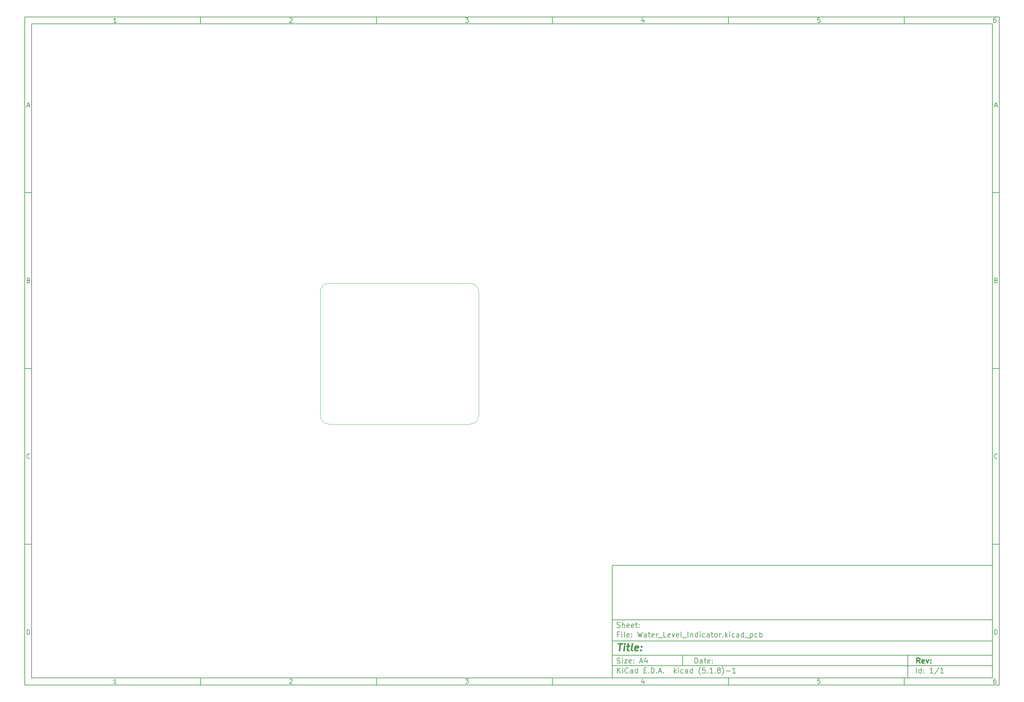
<source format=gm1>
%TF.GenerationSoftware,KiCad,Pcbnew,(5.1.8)-1*%
%TF.CreationDate,2021-07-18T21:15:28-07:00*%
%TF.ProjectId,Water_Level_Indicator,57617465-725f-44c6-9576-656c5f496e64,rev?*%
%TF.SameCoordinates,Original*%
%TF.FileFunction,Profile,NP*%
%FSLAX46Y46*%
G04 Gerber Fmt 4.6, Leading zero omitted, Abs format (unit mm)*
G04 Created by KiCad (PCBNEW (5.1.8)-1) date 2021-07-18 21:15:28*
%MOMM*%
%LPD*%
G01*
G04 APERTURE LIST*
%ADD10C,0.100000*%
%ADD11C,0.150000*%
%ADD12C,0.300000*%
%ADD13C,0.400000*%
%TA.AperFunction,Profile*%
%ADD14C,0.050000*%
%TD*%
G04 APERTURE END LIST*
D10*
D11*
X177002200Y-166007200D02*
X177002200Y-198007200D01*
X285002200Y-198007200D01*
X285002200Y-166007200D01*
X177002200Y-166007200D01*
D10*
D11*
X10000000Y-10000000D02*
X10000000Y-200007200D01*
X287002200Y-200007200D01*
X287002200Y-10000000D01*
X10000000Y-10000000D01*
D10*
D11*
X12000000Y-12000000D02*
X12000000Y-198007200D01*
X285002200Y-198007200D01*
X285002200Y-12000000D01*
X12000000Y-12000000D01*
D10*
D11*
X60000000Y-12000000D02*
X60000000Y-10000000D01*
D10*
D11*
X110000000Y-12000000D02*
X110000000Y-10000000D01*
D10*
D11*
X160000000Y-12000000D02*
X160000000Y-10000000D01*
D10*
D11*
X210000000Y-12000000D02*
X210000000Y-10000000D01*
D10*
D11*
X260000000Y-12000000D02*
X260000000Y-10000000D01*
D10*
D11*
X36065476Y-11588095D02*
X35322619Y-11588095D01*
X35694047Y-11588095D02*
X35694047Y-10288095D01*
X35570238Y-10473809D01*
X35446428Y-10597619D01*
X35322619Y-10659523D01*
D10*
D11*
X85322619Y-10411904D02*
X85384523Y-10350000D01*
X85508333Y-10288095D01*
X85817857Y-10288095D01*
X85941666Y-10350000D01*
X86003571Y-10411904D01*
X86065476Y-10535714D01*
X86065476Y-10659523D01*
X86003571Y-10845238D01*
X85260714Y-11588095D01*
X86065476Y-11588095D01*
D10*
D11*
X135260714Y-10288095D02*
X136065476Y-10288095D01*
X135632142Y-10783333D01*
X135817857Y-10783333D01*
X135941666Y-10845238D01*
X136003571Y-10907142D01*
X136065476Y-11030952D01*
X136065476Y-11340476D01*
X136003571Y-11464285D01*
X135941666Y-11526190D01*
X135817857Y-11588095D01*
X135446428Y-11588095D01*
X135322619Y-11526190D01*
X135260714Y-11464285D01*
D10*
D11*
X185941666Y-10721428D02*
X185941666Y-11588095D01*
X185632142Y-10226190D02*
X185322619Y-11154761D01*
X186127380Y-11154761D01*
D10*
D11*
X236003571Y-10288095D02*
X235384523Y-10288095D01*
X235322619Y-10907142D01*
X235384523Y-10845238D01*
X235508333Y-10783333D01*
X235817857Y-10783333D01*
X235941666Y-10845238D01*
X236003571Y-10907142D01*
X236065476Y-11030952D01*
X236065476Y-11340476D01*
X236003571Y-11464285D01*
X235941666Y-11526190D01*
X235817857Y-11588095D01*
X235508333Y-11588095D01*
X235384523Y-11526190D01*
X235322619Y-11464285D01*
D10*
D11*
X285941666Y-10288095D02*
X285694047Y-10288095D01*
X285570238Y-10350000D01*
X285508333Y-10411904D01*
X285384523Y-10597619D01*
X285322619Y-10845238D01*
X285322619Y-11340476D01*
X285384523Y-11464285D01*
X285446428Y-11526190D01*
X285570238Y-11588095D01*
X285817857Y-11588095D01*
X285941666Y-11526190D01*
X286003571Y-11464285D01*
X286065476Y-11340476D01*
X286065476Y-11030952D01*
X286003571Y-10907142D01*
X285941666Y-10845238D01*
X285817857Y-10783333D01*
X285570238Y-10783333D01*
X285446428Y-10845238D01*
X285384523Y-10907142D01*
X285322619Y-11030952D01*
D10*
D11*
X60000000Y-198007200D02*
X60000000Y-200007200D01*
D10*
D11*
X110000000Y-198007200D02*
X110000000Y-200007200D01*
D10*
D11*
X160000000Y-198007200D02*
X160000000Y-200007200D01*
D10*
D11*
X210000000Y-198007200D02*
X210000000Y-200007200D01*
D10*
D11*
X260000000Y-198007200D02*
X260000000Y-200007200D01*
D10*
D11*
X36065476Y-199595295D02*
X35322619Y-199595295D01*
X35694047Y-199595295D02*
X35694047Y-198295295D01*
X35570238Y-198481009D01*
X35446428Y-198604819D01*
X35322619Y-198666723D01*
D10*
D11*
X85322619Y-198419104D02*
X85384523Y-198357200D01*
X85508333Y-198295295D01*
X85817857Y-198295295D01*
X85941666Y-198357200D01*
X86003571Y-198419104D01*
X86065476Y-198542914D01*
X86065476Y-198666723D01*
X86003571Y-198852438D01*
X85260714Y-199595295D01*
X86065476Y-199595295D01*
D10*
D11*
X135260714Y-198295295D02*
X136065476Y-198295295D01*
X135632142Y-198790533D01*
X135817857Y-198790533D01*
X135941666Y-198852438D01*
X136003571Y-198914342D01*
X136065476Y-199038152D01*
X136065476Y-199347676D01*
X136003571Y-199471485D01*
X135941666Y-199533390D01*
X135817857Y-199595295D01*
X135446428Y-199595295D01*
X135322619Y-199533390D01*
X135260714Y-199471485D01*
D10*
D11*
X185941666Y-198728628D02*
X185941666Y-199595295D01*
X185632142Y-198233390D02*
X185322619Y-199161961D01*
X186127380Y-199161961D01*
D10*
D11*
X236003571Y-198295295D02*
X235384523Y-198295295D01*
X235322619Y-198914342D01*
X235384523Y-198852438D01*
X235508333Y-198790533D01*
X235817857Y-198790533D01*
X235941666Y-198852438D01*
X236003571Y-198914342D01*
X236065476Y-199038152D01*
X236065476Y-199347676D01*
X236003571Y-199471485D01*
X235941666Y-199533390D01*
X235817857Y-199595295D01*
X235508333Y-199595295D01*
X235384523Y-199533390D01*
X235322619Y-199471485D01*
D10*
D11*
X285941666Y-198295295D02*
X285694047Y-198295295D01*
X285570238Y-198357200D01*
X285508333Y-198419104D01*
X285384523Y-198604819D01*
X285322619Y-198852438D01*
X285322619Y-199347676D01*
X285384523Y-199471485D01*
X285446428Y-199533390D01*
X285570238Y-199595295D01*
X285817857Y-199595295D01*
X285941666Y-199533390D01*
X286003571Y-199471485D01*
X286065476Y-199347676D01*
X286065476Y-199038152D01*
X286003571Y-198914342D01*
X285941666Y-198852438D01*
X285817857Y-198790533D01*
X285570238Y-198790533D01*
X285446428Y-198852438D01*
X285384523Y-198914342D01*
X285322619Y-199038152D01*
D10*
D11*
X10000000Y-60000000D02*
X12000000Y-60000000D01*
D10*
D11*
X10000000Y-110000000D02*
X12000000Y-110000000D01*
D10*
D11*
X10000000Y-160000000D02*
X12000000Y-160000000D01*
D10*
D11*
X10690476Y-35216666D02*
X11309523Y-35216666D01*
X10566666Y-35588095D02*
X11000000Y-34288095D01*
X11433333Y-35588095D01*
D10*
D11*
X11092857Y-84907142D02*
X11278571Y-84969047D01*
X11340476Y-85030952D01*
X11402380Y-85154761D01*
X11402380Y-85340476D01*
X11340476Y-85464285D01*
X11278571Y-85526190D01*
X11154761Y-85588095D01*
X10659523Y-85588095D01*
X10659523Y-84288095D01*
X11092857Y-84288095D01*
X11216666Y-84350000D01*
X11278571Y-84411904D01*
X11340476Y-84535714D01*
X11340476Y-84659523D01*
X11278571Y-84783333D01*
X11216666Y-84845238D01*
X11092857Y-84907142D01*
X10659523Y-84907142D01*
D10*
D11*
X11402380Y-135464285D02*
X11340476Y-135526190D01*
X11154761Y-135588095D01*
X11030952Y-135588095D01*
X10845238Y-135526190D01*
X10721428Y-135402380D01*
X10659523Y-135278571D01*
X10597619Y-135030952D01*
X10597619Y-134845238D01*
X10659523Y-134597619D01*
X10721428Y-134473809D01*
X10845238Y-134350000D01*
X11030952Y-134288095D01*
X11154761Y-134288095D01*
X11340476Y-134350000D01*
X11402380Y-134411904D01*
D10*
D11*
X10659523Y-185588095D02*
X10659523Y-184288095D01*
X10969047Y-184288095D01*
X11154761Y-184350000D01*
X11278571Y-184473809D01*
X11340476Y-184597619D01*
X11402380Y-184845238D01*
X11402380Y-185030952D01*
X11340476Y-185278571D01*
X11278571Y-185402380D01*
X11154761Y-185526190D01*
X10969047Y-185588095D01*
X10659523Y-185588095D01*
D10*
D11*
X287002200Y-60000000D02*
X285002200Y-60000000D01*
D10*
D11*
X287002200Y-110000000D02*
X285002200Y-110000000D01*
D10*
D11*
X287002200Y-160000000D02*
X285002200Y-160000000D01*
D10*
D11*
X285692676Y-35216666D02*
X286311723Y-35216666D01*
X285568866Y-35588095D02*
X286002200Y-34288095D01*
X286435533Y-35588095D01*
D10*
D11*
X286095057Y-84907142D02*
X286280771Y-84969047D01*
X286342676Y-85030952D01*
X286404580Y-85154761D01*
X286404580Y-85340476D01*
X286342676Y-85464285D01*
X286280771Y-85526190D01*
X286156961Y-85588095D01*
X285661723Y-85588095D01*
X285661723Y-84288095D01*
X286095057Y-84288095D01*
X286218866Y-84350000D01*
X286280771Y-84411904D01*
X286342676Y-84535714D01*
X286342676Y-84659523D01*
X286280771Y-84783333D01*
X286218866Y-84845238D01*
X286095057Y-84907142D01*
X285661723Y-84907142D01*
D10*
D11*
X286404580Y-135464285D02*
X286342676Y-135526190D01*
X286156961Y-135588095D01*
X286033152Y-135588095D01*
X285847438Y-135526190D01*
X285723628Y-135402380D01*
X285661723Y-135278571D01*
X285599819Y-135030952D01*
X285599819Y-134845238D01*
X285661723Y-134597619D01*
X285723628Y-134473809D01*
X285847438Y-134350000D01*
X286033152Y-134288095D01*
X286156961Y-134288095D01*
X286342676Y-134350000D01*
X286404580Y-134411904D01*
D10*
D11*
X285661723Y-185588095D02*
X285661723Y-184288095D01*
X285971247Y-184288095D01*
X286156961Y-184350000D01*
X286280771Y-184473809D01*
X286342676Y-184597619D01*
X286404580Y-184845238D01*
X286404580Y-185030952D01*
X286342676Y-185278571D01*
X286280771Y-185402380D01*
X286156961Y-185526190D01*
X285971247Y-185588095D01*
X285661723Y-185588095D01*
D10*
D11*
X200434342Y-193785771D02*
X200434342Y-192285771D01*
X200791485Y-192285771D01*
X201005771Y-192357200D01*
X201148628Y-192500057D01*
X201220057Y-192642914D01*
X201291485Y-192928628D01*
X201291485Y-193142914D01*
X201220057Y-193428628D01*
X201148628Y-193571485D01*
X201005771Y-193714342D01*
X200791485Y-193785771D01*
X200434342Y-193785771D01*
X202577200Y-193785771D02*
X202577200Y-193000057D01*
X202505771Y-192857200D01*
X202362914Y-192785771D01*
X202077200Y-192785771D01*
X201934342Y-192857200D01*
X202577200Y-193714342D02*
X202434342Y-193785771D01*
X202077200Y-193785771D01*
X201934342Y-193714342D01*
X201862914Y-193571485D01*
X201862914Y-193428628D01*
X201934342Y-193285771D01*
X202077200Y-193214342D01*
X202434342Y-193214342D01*
X202577200Y-193142914D01*
X203077200Y-192785771D02*
X203648628Y-192785771D01*
X203291485Y-192285771D02*
X203291485Y-193571485D01*
X203362914Y-193714342D01*
X203505771Y-193785771D01*
X203648628Y-193785771D01*
X204720057Y-193714342D02*
X204577200Y-193785771D01*
X204291485Y-193785771D01*
X204148628Y-193714342D01*
X204077200Y-193571485D01*
X204077200Y-193000057D01*
X204148628Y-192857200D01*
X204291485Y-192785771D01*
X204577200Y-192785771D01*
X204720057Y-192857200D01*
X204791485Y-193000057D01*
X204791485Y-193142914D01*
X204077200Y-193285771D01*
X205434342Y-193642914D02*
X205505771Y-193714342D01*
X205434342Y-193785771D01*
X205362914Y-193714342D01*
X205434342Y-193642914D01*
X205434342Y-193785771D01*
X205434342Y-192857200D02*
X205505771Y-192928628D01*
X205434342Y-193000057D01*
X205362914Y-192928628D01*
X205434342Y-192857200D01*
X205434342Y-193000057D01*
D10*
D11*
X177002200Y-194507200D02*
X285002200Y-194507200D01*
D10*
D11*
X178434342Y-196585771D02*
X178434342Y-195085771D01*
X179291485Y-196585771D02*
X178648628Y-195728628D01*
X179291485Y-195085771D02*
X178434342Y-195942914D01*
X179934342Y-196585771D02*
X179934342Y-195585771D01*
X179934342Y-195085771D02*
X179862914Y-195157200D01*
X179934342Y-195228628D01*
X180005771Y-195157200D01*
X179934342Y-195085771D01*
X179934342Y-195228628D01*
X181505771Y-196442914D02*
X181434342Y-196514342D01*
X181220057Y-196585771D01*
X181077200Y-196585771D01*
X180862914Y-196514342D01*
X180720057Y-196371485D01*
X180648628Y-196228628D01*
X180577200Y-195942914D01*
X180577200Y-195728628D01*
X180648628Y-195442914D01*
X180720057Y-195300057D01*
X180862914Y-195157200D01*
X181077200Y-195085771D01*
X181220057Y-195085771D01*
X181434342Y-195157200D01*
X181505771Y-195228628D01*
X182791485Y-196585771D02*
X182791485Y-195800057D01*
X182720057Y-195657200D01*
X182577200Y-195585771D01*
X182291485Y-195585771D01*
X182148628Y-195657200D01*
X182791485Y-196514342D02*
X182648628Y-196585771D01*
X182291485Y-196585771D01*
X182148628Y-196514342D01*
X182077200Y-196371485D01*
X182077200Y-196228628D01*
X182148628Y-196085771D01*
X182291485Y-196014342D01*
X182648628Y-196014342D01*
X182791485Y-195942914D01*
X184148628Y-196585771D02*
X184148628Y-195085771D01*
X184148628Y-196514342D02*
X184005771Y-196585771D01*
X183720057Y-196585771D01*
X183577200Y-196514342D01*
X183505771Y-196442914D01*
X183434342Y-196300057D01*
X183434342Y-195871485D01*
X183505771Y-195728628D01*
X183577200Y-195657200D01*
X183720057Y-195585771D01*
X184005771Y-195585771D01*
X184148628Y-195657200D01*
X186005771Y-195800057D02*
X186505771Y-195800057D01*
X186720057Y-196585771D02*
X186005771Y-196585771D01*
X186005771Y-195085771D01*
X186720057Y-195085771D01*
X187362914Y-196442914D02*
X187434342Y-196514342D01*
X187362914Y-196585771D01*
X187291485Y-196514342D01*
X187362914Y-196442914D01*
X187362914Y-196585771D01*
X188077200Y-196585771D02*
X188077200Y-195085771D01*
X188434342Y-195085771D01*
X188648628Y-195157200D01*
X188791485Y-195300057D01*
X188862914Y-195442914D01*
X188934342Y-195728628D01*
X188934342Y-195942914D01*
X188862914Y-196228628D01*
X188791485Y-196371485D01*
X188648628Y-196514342D01*
X188434342Y-196585771D01*
X188077200Y-196585771D01*
X189577200Y-196442914D02*
X189648628Y-196514342D01*
X189577200Y-196585771D01*
X189505771Y-196514342D01*
X189577200Y-196442914D01*
X189577200Y-196585771D01*
X190220057Y-196157200D02*
X190934342Y-196157200D01*
X190077200Y-196585771D02*
X190577200Y-195085771D01*
X191077200Y-196585771D01*
X191577200Y-196442914D02*
X191648628Y-196514342D01*
X191577200Y-196585771D01*
X191505771Y-196514342D01*
X191577200Y-196442914D01*
X191577200Y-196585771D01*
X194577200Y-196585771D02*
X194577200Y-195085771D01*
X194720057Y-196014342D02*
X195148628Y-196585771D01*
X195148628Y-195585771D02*
X194577200Y-196157200D01*
X195791485Y-196585771D02*
X195791485Y-195585771D01*
X195791485Y-195085771D02*
X195720057Y-195157200D01*
X195791485Y-195228628D01*
X195862914Y-195157200D01*
X195791485Y-195085771D01*
X195791485Y-195228628D01*
X197148628Y-196514342D02*
X197005771Y-196585771D01*
X196720057Y-196585771D01*
X196577200Y-196514342D01*
X196505771Y-196442914D01*
X196434342Y-196300057D01*
X196434342Y-195871485D01*
X196505771Y-195728628D01*
X196577200Y-195657200D01*
X196720057Y-195585771D01*
X197005771Y-195585771D01*
X197148628Y-195657200D01*
X198434342Y-196585771D02*
X198434342Y-195800057D01*
X198362914Y-195657200D01*
X198220057Y-195585771D01*
X197934342Y-195585771D01*
X197791485Y-195657200D01*
X198434342Y-196514342D02*
X198291485Y-196585771D01*
X197934342Y-196585771D01*
X197791485Y-196514342D01*
X197720057Y-196371485D01*
X197720057Y-196228628D01*
X197791485Y-196085771D01*
X197934342Y-196014342D01*
X198291485Y-196014342D01*
X198434342Y-195942914D01*
X199791485Y-196585771D02*
X199791485Y-195085771D01*
X199791485Y-196514342D02*
X199648628Y-196585771D01*
X199362914Y-196585771D01*
X199220057Y-196514342D01*
X199148628Y-196442914D01*
X199077200Y-196300057D01*
X199077200Y-195871485D01*
X199148628Y-195728628D01*
X199220057Y-195657200D01*
X199362914Y-195585771D01*
X199648628Y-195585771D01*
X199791485Y-195657200D01*
X202077200Y-197157200D02*
X202005771Y-197085771D01*
X201862914Y-196871485D01*
X201791485Y-196728628D01*
X201720057Y-196514342D01*
X201648628Y-196157200D01*
X201648628Y-195871485D01*
X201720057Y-195514342D01*
X201791485Y-195300057D01*
X201862914Y-195157200D01*
X202005771Y-194942914D01*
X202077200Y-194871485D01*
X203362914Y-195085771D02*
X202648628Y-195085771D01*
X202577200Y-195800057D01*
X202648628Y-195728628D01*
X202791485Y-195657200D01*
X203148628Y-195657200D01*
X203291485Y-195728628D01*
X203362914Y-195800057D01*
X203434342Y-195942914D01*
X203434342Y-196300057D01*
X203362914Y-196442914D01*
X203291485Y-196514342D01*
X203148628Y-196585771D01*
X202791485Y-196585771D01*
X202648628Y-196514342D01*
X202577200Y-196442914D01*
X204077200Y-196442914D02*
X204148628Y-196514342D01*
X204077200Y-196585771D01*
X204005771Y-196514342D01*
X204077200Y-196442914D01*
X204077200Y-196585771D01*
X205577200Y-196585771D02*
X204720057Y-196585771D01*
X205148628Y-196585771D02*
X205148628Y-195085771D01*
X205005771Y-195300057D01*
X204862914Y-195442914D01*
X204720057Y-195514342D01*
X206220057Y-196442914D02*
X206291485Y-196514342D01*
X206220057Y-196585771D01*
X206148628Y-196514342D01*
X206220057Y-196442914D01*
X206220057Y-196585771D01*
X207148628Y-195728628D02*
X207005771Y-195657200D01*
X206934342Y-195585771D01*
X206862914Y-195442914D01*
X206862914Y-195371485D01*
X206934342Y-195228628D01*
X207005771Y-195157200D01*
X207148628Y-195085771D01*
X207434342Y-195085771D01*
X207577200Y-195157200D01*
X207648628Y-195228628D01*
X207720057Y-195371485D01*
X207720057Y-195442914D01*
X207648628Y-195585771D01*
X207577200Y-195657200D01*
X207434342Y-195728628D01*
X207148628Y-195728628D01*
X207005771Y-195800057D01*
X206934342Y-195871485D01*
X206862914Y-196014342D01*
X206862914Y-196300057D01*
X206934342Y-196442914D01*
X207005771Y-196514342D01*
X207148628Y-196585771D01*
X207434342Y-196585771D01*
X207577200Y-196514342D01*
X207648628Y-196442914D01*
X207720057Y-196300057D01*
X207720057Y-196014342D01*
X207648628Y-195871485D01*
X207577200Y-195800057D01*
X207434342Y-195728628D01*
X208220057Y-197157200D02*
X208291485Y-197085771D01*
X208434342Y-196871485D01*
X208505771Y-196728628D01*
X208577200Y-196514342D01*
X208648628Y-196157200D01*
X208648628Y-195871485D01*
X208577200Y-195514342D01*
X208505771Y-195300057D01*
X208434342Y-195157200D01*
X208291485Y-194942914D01*
X208220057Y-194871485D01*
X209362914Y-196014342D02*
X210505771Y-196014342D01*
X212005771Y-196585771D02*
X211148628Y-196585771D01*
X211577200Y-196585771D02*
X211577200Y-195085771D01*
X211434342Y-195300057D01*
X211291485Y-195442914D01*
X211148628Y-195514342D01*
D10*
D11*
X177002200Y-191507200D02*
X285002200Y-191507200D01*
D10*
D12*
X264411485Y-193785771D02*
X263911485Y-193071485D01*
X263554342Y-193785771D02*
X263554342Y-192285771D01*
X264125771Y-192285771D01*
X264268628Y-192357200D01*
X264340057Y-192428628D01*
X264411485Y-192571485D01*
X264411485Y-192785771D01*
X264340057Y-192928628D01*
X264268628Y-193000057D01*
X264125771Y-193071485D01*
X263554342Y-193071485D01*
X265625771Y-193714342D02*
X265482914Y-193785771D01*
X265197200Y-193785771D01*
X265054342Y-193714342D01*
X264982914Y-193571485D01*
X264982914Y-193000057D01*
X265054342Y-192857200D01*
X265197200Y-192785771D01*
X265482914Y-192785771D01*
X265625771Y-192857200D01*
X265697200Y-193000057D01*
X265697200Y-193142914D01*
X264982914Y-193285771D01*
X266197200Y-192785771D02*
X266554342Y-193785771D01*
X266911485Y-192785771D01*
X267482914Y-193642914D02*
X267554342Y-193714342D01*
X267482914Y-193785771D01*
X267411485Y-193714342D01*
X267482914Y-193642914D01*
X267482914Y-193785771D01*
X267482914Y-192857200D02*
X267554342Y-192928628D01*
X267482914Y-193000057D01*
X267411485Y-192928628D01*
X267482914Y-192857200D01*
X267482914Y-193000057D01*
D10*
D11*
X178362914Y-193714342D02*
X178577200Y-193785771D01*
X178934342Y-193785771D01*
X179077200Y-193714342D01*
X179148628Y-193642914D01*
X179220057Y-193500057D01*
X179220057Y-193357200D01*
X179148628Y-193214342D01*
X179077200Y-193142914D01*
X178934342Y-193071485D01*
X178648628Y-193000057D01*
X178505771Y-192928628D01*
X178434342Y-192857200D01*
X178362914Y-192714342D01*
X178362914Y-192571485D01*
X178434342Y-192428628D01*
X178505771Y-192357200D01*
X178648628Y-192285771D01*
X179005771Y-192285771D01*
X179220057Y-192357200D01*
X179862914Y-193785771D02*
X179862914Y-192785771D01*
X179862914Y-192285771D02*
X179791485Y-192357200D01*
X179862914Y-192428628D01*
X179934342Y-192357200D01*
X179862914Y-192285771D01*
X179862914Y-192428628D01*
X180434342Y-192785771D02*
X181220057Y-192785771D01*
X180434342Y-193785771D01*
X181220057Y-193785771D01*
X182362914Y-193714342D02*
X182220057Y-193785771D01*
X181934342Y-193785771D01*
X181791485Y-193714342D01*
X181720057Y-193571485D01*
X181720057Y-193000057D01*
X181791485Y-192857200D01*
X181934342Y-192785771D01*
X182220057Y-192785771D01*
X182362914Y-192857200D01*
X182434342Y-193000057D01*
X182434342Y-193142914D01*
X181720057Y-193285771D01*
X183077200Y-193642914D02*
X183148628Y-193714342D01*
X183077200Y-193785771D01*
X183005771Y-193714342D01*
X183077200Y-193642914D01*
X183077200Y-193785771D01*
X183077200Y-192857200D02*
X183148628Y-192928628D01*
X183077200Y-193000057D01*
X183005771Y-192928628D01*
X183077200Y-192857200D01*
X183077200Y-193000057D01*
X184862914Y-193357200D02*
X185577200Y-193357200D01*
X184720057Y-193785771D02*
X185220057Y-192285771D01*
X185720057Y-193785771D01*
X186862914Y-192785771D02*
X186862914Y-193785771D01*
X186505771Y-192214342D02*
X186148628Y-193285771D01*
X187077200Y-193285771D01*
D10*
D11*
X263434342Y-196585771D02*
X263434342Y-195085771D01*
X264791485Y-196585771D02*
X264791485Y-195085771D01*
X264791485Y-196514342D02*
X264648628Y-196585771D01*
X264362914Y-196585771D01*
X264220057Y-196514342D01*
X264148628Y-196442914D01*
X264077200Y-196300057D01*
X264077200Y-195871485D01*
X264148628Y-195728628D01*
X264220057Y-195657200D01*
X264362914Y-195585771D01*
X264648628Y-195585771D01*
X264791485Y-195657200D01*
X265505771Y-196442914D02*
X265577200Y-196514342D01*
X265505771Y-196585771D01*
X265434342Y-196514342D01*
X265505771Y-196442914D01*
X265505771Y-196585771D01*
X265505771Y-195657200D02*
X265577200Y-195728628D01*
X265505771Y-195800057D01*
X265434342Y-195728628D01*
X265505771Y-195657200D01*
X265505771Y-195800057D01*
X268148628Y-196585771D02*
X267291485Y-196585771D01*
X267720057Y-196585771D02*
X267720057Y-195085771D01*
X267577200Y-195300057D01*
X267434342Y-195442914D01*
X267291485Y-195514342D01*
X269862914Y-195014342D02*
X268577200Y-196942914D01*
X271148628Y-196585771D02*
X270291485Y-196585771D01*
X270720057Y-196585771D02*
X270720057Y-195085771D01*
X270577200Y-195300057D01*
X270434342Y-195442914D01*
X270291485Y-195514342D01*
D10*
D11*
X177002200Y-187507200D02*
X285002200Y-187507200D01*
D10*
D13*
X178714580Y-188211961D02*
X179857438Y-188211961D01*
X179036009Y-190211961D02*
X179286009Y-188211961D01*
X180274104Y-190211961D02*
X180440771Y-188878628D01*
X180524104Y-188211961D02*
X180416961Y-188307200D01*
X180500295Y-188402438D01*
X180607438Y-188307200D01*
X180524104Y-188211961D01*
X180500295Y-188402438D01*
X181107438Y-188878628D02*
X181869342Y-188878628D01*
X181476485Y-188211961D02*
X181262200Y-189926247D01*
X181333628Y-190116723D01*
X181512200Y-190211961D01*
X181702676Y-190211961D01*
X182655057Y-190211961D02*
X182476485Y-190116723D01*
X182405057Y-189926247D01*
X182619342Y-188211961D01*
X184190771Y-190116723D02*
X183988390Y-190211961D01*
X183607438Y-190211961D01*
X183428866Y-190116723D01*
X183357438Y-189926247D01*
X183452676Y-189164342D01*
X183571723Y-188973866D01*
X183774104Y-188878628D01*
X184155057Y-188878628D01*
X184333628Y-188973866D01*
X184405057Y-189164342D01*
X184381247Y-189354819D01*
X183405057Y-189545295D01*
X185155057Y-190021485D02*
X185238390Y-190116723D01*
X185131247Y-190211961D01*
X185047914Y-190116723D01*
X185155057Y-190021485D01*
X185131247Y-190211961D01*
X185286009Y-188973866D02*
X185369342Y-189069104D01*
X185262200Y-189164342D01*
X185178866Y-189069104D01*
X185286009Y-188973866D01*
X185262200Y-189164342D01*
D10*
D11*
X178934342Y-185600057D02*
X178434342Y-185600057D01*
X178434342Y-186385771D02*
X178434342Y-184885771D01*
X179148628Y-184885771D01*
X179720057Y-186385771D02*
X179720057Y-185385771D01*
X179720057Y-184885771D02*
X179648628Y-184957200D01*
X179720057Y-185028628D01*
X179791485Y-184957200D01*
X179720057Y-184885771D01*
X179720057Y-185028628D01*
X180648628Y-186385771D02*
X180505771Y-186314342D01*
X180434342Y-186171485D01*
X180434342Y-184885771D01*
X181791485Y-186314342D02*
X181648628Y-186385771D01*
X181362914Y-186385771D01*
X181220057Y-186314342D01*
X181148628Y-186171485D01*
X181148628Y-185600057D01*
X181220057Y-185457200D01*
X181362914Y-185385771D01*
X181648628Y-185385771D01*
X181791485Y-185457200D01*
X181862914Y-185600057D01*
X181862914Y-185742914D01*
X181148628Y-185885771D01*
X182505771Y-186242914D02*
X182577200Y-186314342D01*
X182505771Y-186385771D01*
X182434342Y-186314342D01*
X182505771Y-186242914D01*
X182505771Y-186385771D01*
X182505771Y-185457200D02*
X182577200Y-185528628D01*
X182505771Y-185600057D01*
X182434342Y-185528628D01*
X182505771Y-185457200D01*
X182505771Y-185600057D01*
X184220057Y-184885771D02*
X184577200Y-186385771D01*
X184862914Y-185314342D01*
X185148628Y-186385771D01*
X185505771Y-184885771D01*
X186720057Y-186385771D02*
X186720057Y-185600057D01*
X186648628Y-185457200D01*
X186505771Y-185385771D01*
X186220057Y-185385771D01*
X186077200Y-185457200D01*
X186720057Y-186314342D02*
X186577200Y-186385771D01*
X186220057Y-186385771D01*
X186077200Y-186314342D01*
X186005771Y-186171485D01*
X186005771Y-186028628D01*
X186077200Y-185885771D01*
X186220057Y-185814342D01*
X186577200Y-185814342D01*
X186720057Y-185742914D01*
X187220057Y-185385771D02*
X187791485Y-185385771D01*
X187434342Y-184885771D02*
X187434342Y-186171485D01*
X187505771Y-186314342D01*
X187648628Y-186385771D01*
X187791485Y-186385771D01*
X188862914Y-186314342D02*
X188720057Y-186385771D01*
X188434342Y-186385771D01*
X188291485Y-186314342D01*
X188220057Y-186171485D01*
X188220057Y-185600057D01*
X188291485Y-185457200D01*
X188434342Y-185385771D01*
X188720057Y-185385771D01*
X188862914Y-185457200D01*
X188934342Y-185600057D01*
X188934342Y-185742914D01*
X188220057Y-185885771D01*
X189577200Y-186385771D02*
X189577200Y-185385771D01*
X189577200Y-185671485D02*
X189648628Y-185528628D01*
X189720057Y-185457200D01*
X189862914Y-185385771D01*
X190005771Y-185385771D01*
X190148628Y-186528628D02*
X191291485Y-186528628D01*
X192362914Y-186385771D02*
X191648628Y-186385771D01*
X191648628Y-184885771D01*
X193434342Y-186314342D02*
X193291485Y-186385771D01*
X193005771Y-186385771D01*
X192862914Y-186314342D01*
X192791485Y-186171485D01*
X192791485Y-185600057D01*
X192862914Y-185457200D01*
X193005771Y-185385771D01*
X193291485Y-185385771D01*
X193434342Y-185457200D01*
X193505771Y-185600057D01*
X193505771Y-185742914D01*
X192791485Y-185885771D01*
X194005771Y-185385771D02*
X194362914Y-186385771D01*
X194720057Y-185385771D01*
X195862914Y-186314342D02*
X195720057Y-186385771D01*
X195434342Y-186385771D01*
X195291485Y-186314342D01*
X195220057Y-186171485D01*
X195220057Y-185600057D01*
X195291485Y-185457200D01*
X195434342Y-185385771D01*
X195720057Y-185385771D01*
X195862914Y-185457200D01*
X195934342Y-185600057D01*
X195934342Y-185742914D01*
X195220057Y-185885771D01*
X196791485Y-186385771D02*
X196648628Y-186314342D01*
X196577200Y-186171485D01*
X196577200Y-184885771D01*
X197005771Y-186528628D02*
X198148628Y-186528628D01*
X198505771Y-186385771D02*
X198505771Y-184885771D01*
X199220057Y-185385771D02*
X199220057Y-186385771D01*
X199220057Y-185528628D02*
X199291485Y-185457200D01*
X199434342Y-185385771D01*
X199648628Y-185385771D01*
X199791485Y-185457200D01*
X199862914Y-185600057D01*
X199862914Y-186385771D01*
X201220057Y-186385771D02*
X201220057Y-184885771D01*
X201220057Y-186314342D02*
X201077200Y-186385771D01*
X200791485Y-186385771D01*
X200648628Y-186314342D01*
X200577200Y-186242914D01*
X200505771Y-186100057D01*
X200505771Y-185671485D01*
X200577200Y-185528628D01*
X200648628Y-185457200D01*
X200791485Y-185385771D01*
X201077200Y-185385771D01*
X201220057Y-185457200D01*
X201934342Y-186385771D02*
X201934342Y-185385771D01*
X201934342Y-184885771D02*
X201862914Y-184957200D01*
X201934342Y-185028628D01*
X202005771Y-184957200D01*
X201934342Y-184885771D01*
X201934342Y-185028628D01*
X203291485Y-186314342D02*
X203148628Y-186385771D01*
X202862914Y-186385771D01*
X202720057Y-186314342D01*
X202648628Y-186242914D01*
X202577200Y-186100057D01*
X202577200Y-185671485D01*
X202648628Y-185528628D01*
X202720057Y-185457200D01*
X202862914Y-185385771D01*
X203148628Y-185385771D01*
X203291485Y-185457200D01*
X204577200Y-186385771D02*
X204577200Y-185600057D01*
X204505771Y-185457200D01*
X204362914Y-185385771D01*
X204077200Y-185385771D01*
X203934342Y-185457200D01*
X204577200Y-186314342D02*
X204434342Y-186385771D01*
X204077200Y-186385771D01*
X203934342Y-186314342D01*
X203862914Y-186171485D01*
X203862914Y-186028628D01*
X203934342Y-185885771D01*
X204077200Y-185814342D01*
X204434342Y-185814342D01*
X204577200Y-185742914D01*
X205077200Y-185385771D02*
X205648628Y-185385771D01*
X205291485Y-184885771D02*
X205291485Y-186171485D01*
X205362914Y-186314342D01*
X205505771Y-186385771D01*
X205648628Y-186385771D01*
X206362914Y-186385771D02*
X206220057Y-186314342D01*
X206148628Y-186242914D01*
X206077200Y-186100057D01*
X206077200Y-185671485D01*
X206148628Y-185528628D01*
X206220057Y-185457200D01*
X206362914Y-185385771D01*
X206577200Y-185385771D01*
X206720057Y-185457200D01*
X206791485Y-185528628D01*
X206862914Y-185671485D01*
X206862914Y-186100057D01*
X206791485Y-186242914D01*
X206720057Y-186314342D01*
X206577200Y-186385771D01*
X206362914Y-186385771D01*
X207505771Y-186385771D02*
X207505771Y-185385771D01*
X207505771Y-185671485D02*
X207577200Y-185528628D01*
X207648628Y-185457200D01*
X207791485Y-185385771D01*
X207934342Y-185385771D01*
X208434342Y-186242914D02*
X208505771Y-186314342D01*
X208434342Y-186385771D01*
X208362914Y-186314342D01*
X208434342Y-186242914D01*
X208434342Y-186385771D01*
X209148628Y-186385771D02*
X209148628Y-184885771D01*
X209291485Y-185814342D02*
X209720057Y-186385771D01*
X209720057Y-185385771D02*
X209148628Y-185957200D01*
X210362914Y-186385771D02*
X210362914Y-185385771D01*
X210362914Y-184885771D02*
X210291485Y-184957200D01*
X210362914Y-185028628D01*
X210434342Y-184957200D01*
X210362914Y-184885771D01*
X210362914Y-185028628D01*
X211720057Y-186314342D02*
X211577200Y-186385771D01*
X211291485Y-186385771D01*
X211148628Y-186314342D01*
X211077200Y-186242914D01*
X211005771Y-186100057D01*
X211005771Y-185671485D01*
X211077200Y-185528628D01*
X211148628Y-185457200D01*
X211291485Y-185385771D01*
X211577200Y-185385771D01*
X211720057Y-185457200D01*
X213005771Y-186385771D02*
X213005771Y-185600057D01*
X212934342Y-185457200D01*
X212791485Y-185385771D01*
X212505771Y-185385771D01*
X212362914Y-185457200D01*
X213005771Y-186314342D02*
X212862914Y-186385771D01*
X212505771Y-186385771D01*
X212362914Y-186314342D01*
X212291485Y-186171485D01*
X212291485Y-186028628D01*
X212362914Y-185885771D01*
X212505771Y-185814342D01*
X212862914Y-185814342D01*
X213005771Y-185742914D01*
X214362914Y-186385771D02*
X214362914Y-184885771D01*
X214362914Y-186314342D02*
X214220057Y-186385771D01*
X213934342Y-186385771D01*
X213791485Y-186314342D01*
X213720057Y-186242914D01*
X213648628Y-186100057D01*
X213648628Y-185671485D01*
X213720057Y-185528628D01*
X213791485Y-185457200D01*
X213934342Y-185385771D01*
X214220057Y-185385771D01*
X214362914Y-185457200D01*
X214720057Y-186528628D02*
X215862914Y-186528628D01*
X216220057Y-185385771D02*
X216220057Y-186885771D01*
X216220057Y-185457200D02*
X216362914Y-185385771D01*
X216648628Y-185385771D01*
X216791485Y-185457200D01*
X216862914Y-185528628D01*
X216934342Y-185671485D01*
X216934342Y-186100057D01*
X216862914Y-186242914D01*
X216791485Y-186314342D01*
X216648628Y-186385771D01*
X216362914Y-186385771D01*
X216220057Y-186314342D01*
X218220057Y-186314342D02*
X218077200Y-186385771D01*
X217791485Y-186385771D01*
X217648628Y-186314342D01*
X217577200Y-186242914D01*
X217505771Y-186100057D01*
X217505771Y-185671485D01*
X217577200Y-185528628D01*
X217648628Y-185457200D01*
X217791485Y-185385771D01*
X218077200Y-185385771D01*
X218220057Y-185457200D01*
X218862914Y-186385771D02*
X218862914Y-184885771D01*
X218862914Y-185457200D02*
X219005771Y-185385771D01*
X219291485Y-185385771D01*
X219434342Y-185457200D01*
X219505771Y-185528628D01*
X219577200Y-185671485D01*
X219577200Y-186100057D01*
X219505771Y-186242914D01*
X219434342Y-186314342D01*
X219291485Y-186385771D01*
X219005771Y-186385771D01*
X218862914Y-186314342D01*
D10*
D11*
X177002200Y-181507200D02*
X285002200Y-181507200D01*
D10*
D11*
X178362914Y-183614342D02*
X178577200Y-183685771D01*
X178934342Y-183685771D01*
X179077200Y-183614342D01*
X179148628Y-183542914D01*
X179220057Y-183400057D01*
X179220057Y-183257200D01*
X179148628Y-183114342D01*
X179077200Y-183042914D01*
X178934342Y-182971485D01*
X178648628Y-182900057D01*
X178505771Y-182828628D01*
X178434342Y-182757200D01*
X178362914Y-182614342D01*
X178362914Y-182471485D01*
X178434342Y-182328628D01*
X178505771Y-182257200D01*
X178648628Y-182185771D01*
X179005771Y-182185771D01*
X179220057Y-182257200D01*
X179862914Y-183685771D02*
X179862914Y-182185771D01*
X180505771Y-183685771D02*
X180505771Y-182900057D01*
X180434342Y-182757200D01*
X180291485Y-182685771D01*
X180077200Y-182685771D01*
X179934342Y-182757200D01*
X179862914Y-182828628D01*
X181791485Y-183614342D02*
X181648628Y-183685771D01*
X181362914Y-183685771D01*
X181220057Y-183614342D01*
X181148628Y-183471485D01*
X181148628Y-182900057D01*
X181220057Y-182757200D01*
X181362914Y-182685771D01*
X181648628Y-182685771D01*
X181791485Y-182757200D01*
X181862914Y-182900057D01*
X181862914Y-183042914D01*
X181148628Y-183185771D01*
X183077200Y-183614342D02*
X182934342Y-183685771D01*
X182648628Y-183685771D01*
X182505771Y-183614342D01*
X182434342Y-183471485D01*
X182434342Y-182900057D01*
X182505771Y-182757200D01*
X182648628Y-182685771D01*
X182934342Y-182685771D01*
X183077200Y-182757200D01*
X183148628Y-182900057D01*
X183148628Y-183042914D01*
X182434342Y-183185771D01*
X183577200Y-182685771D02*
X184148628Y-182685771D01*
X183791485Y-182185771D02*
X183791485Y-183471485D01*
X183862914Y-183614342D01*
X184005771Y-183685771D01*
X184148628Y-183685771D01*
X184648628Y-183542914D02*
X184720057Y-183614342D01*
X184648628Y-183685771D01*
X184577200Y-183614342D01*
X184648628Y-183542914D01*
X184648628Y-183685771D01*
X184648628Y-182757200D02*
X184720057Y-182828628D01*
X184648628Y-182900057D01*
X184577200Y-182828628D01*
X184648628Y-182757200D01*
X184648628Y-182900057D01*
D10*
D11*
X197002200Y-191507200D02*
X197002200Y-194507200D01*
D10*
D11*
X261002200Y-191507200D02*
X261002200Y-198007200D01*
D14*
X96520000Y-85725000D02*
X136520000Y-85725000D01*
X93980000Y-123265000D02*
X93980000Y-88265000D01*
X136520000Y-125805000D02*
X96520000Y-125805000D01*
X139060000Y-88265000D02*
X139060000Y-123265000D01*
X136520000Y-85725000D02*
G75*
G02*
X139060000Y-88265000I0J-2540000D01*
G01*
X139060000Y-123265000D02*
G75*
G02*
X136520000Y-125805000I-2540000J0D01*
G01*
X96520000Y-125805000D02*
G75*
G02*
X93980000Y-123265000I0J2540000D01*
G01*
X93980000Y-88265000D02*
G75*
G02*
X96520000Y-85725000I2540000J0D01*
G01*
M02*

</source>
